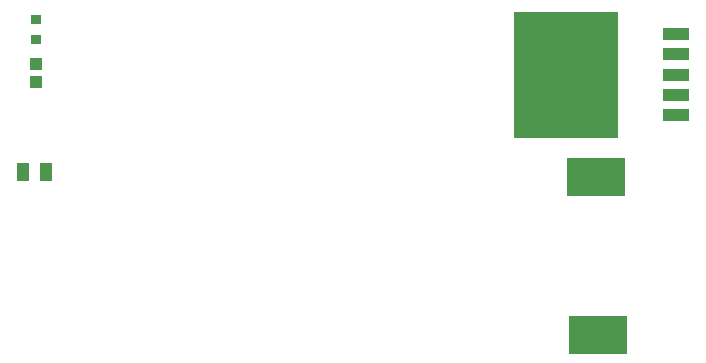
<source format=gtp>
G04 Layer: TopPasteMaskLayer*
G04 EasyEDA v6.4.19.4, 2021-05-17T11:53:22--6:00*
G04 e5bb7b4e7bdd45059bcec5d89b479325,ecfdb7ac97474c2db5e1325c5a2f7ac0,10*
G04 Gerber Generator version 0.2*
G04 Scale: 100 percent, Rotated: No, Reflected: No *
G04 Dimensions in millimeters *
G04 leading zeros omitted , absolute positions ,4 integer and 5 decimal *
%FSLAX45Y45*%
%MOMM*%

%ADD15R,5.0000X3.2500*%
%ADD16R,8.8900X10.6600*%
%ADD17R,2.2860X1.0693*%
%ADD19R,1.0000X1.5500*%
%ADD20R,1.1000X1.0000*%

%LPD*%
D15*
G01*
X16545394Y-2549601D03*
G01*
X16525405Y-1209598D03*
D16*
G01*
X16275050Y-342900D03*
D17*
G01*
X17202150Y-2539D03*
G01*
X17202150Y-172720D03*
G01*
X17202150Y-513079D03*
G01*
X17202150Y-342900D03*
G01*
X17202150Y-683260D03*
G36*
X11745600Y-8199D02*
G01*
X11825599Y-8199D01*
X11825599Y-88198D01*
X11745600Y-88198D01*
G37*
G36*
X11745600Y161980D02*
G01*
X11825599Y161980D01*
X11825599Y81981D01*
X11745600Y81981D01*
G37*
D19*
G01*
X11672900Y-1168400D03*
G01*
X11872899Y-1168400D03*
D20*
G01*
X11785600Y-250189D03*
G01*
X11785600Y-410184D03*
M02*

</source>
